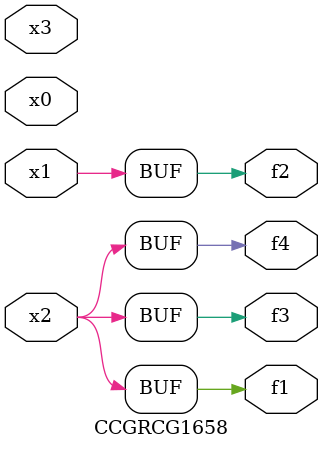
<source format=v>
module CCGRCG1658(
	input x0, x1, x2, x3,
	output f1, f2, f3, f4
);
	assign f1 = x2;
	assign f2 = x1;
	assign f3 = x2;
	assign f4 = x2;
endmodule

</source>
